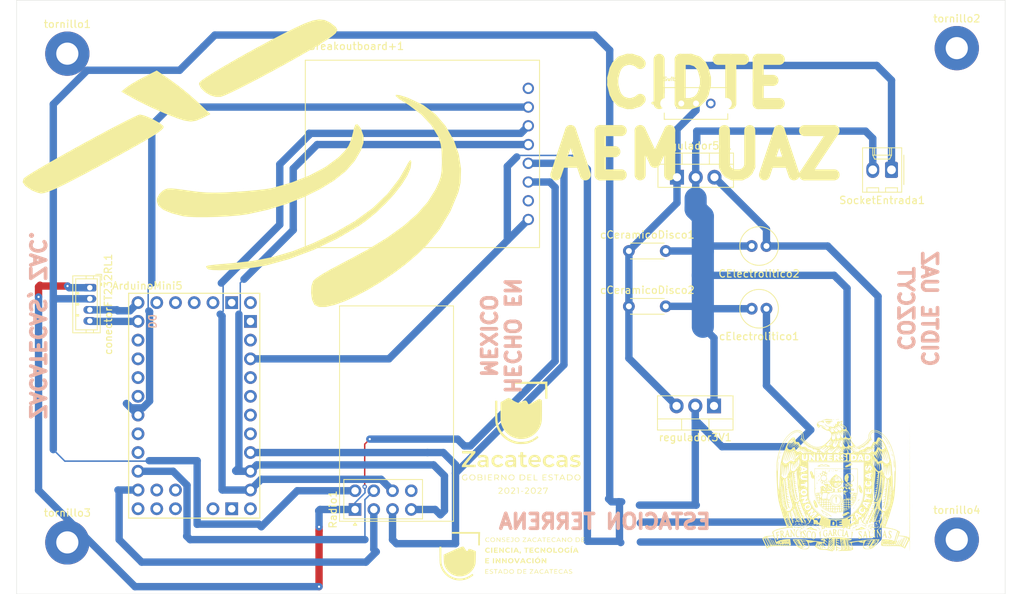
<source format=kicad_pcb>
(kicad_pcb (version 20240108) (generator "pcbnew") (generator_version "8.0")
  (layers (0 "F.Cu" signal) (31 "B.Cu" signal) (34 "B.Paste" user) (35 "F.Paste" user) (36 "B.SilkS" user "B.Silkscreen") (37 "F.SilkS" user "F.Silkscreen") (38 "B.Mask" user) (39 "F.Mask" user) (44 "Edge.Cuts" user))
  (net 0 "")
  (net 1 "Net-(regulador3V1-Vin)")
  (net 2 "GND")
  (net 3 "3.3v")
  (net 4 "5v")
  (net 5 "+9V")
  (net 10 "Net-(Radio1-~{CSN})")
  (net 14 "Net-(Radio1-SCK)")
  (net 15 "Net-(Radio1-MISO)")
  (net 21 "Net-(Radio1-MOSI)")
  (net 23 "Net-(Radio1-CE)")
  (net 27 "Net-(microSDBreakoutboard+1-CS)")
  (net 34 "+3.3V")
  (net 35 "TX FT232RL")
  (net 36 "RX FT232RL")
  (footprint "Capacitor_THT:C_Radial_D5.0mm_H11.0mm_P2.00mm" (layer "F.Cu") (at 180.65 108.825 180)
    (property "Reference" "cElectrolitico1" (at 1 -3.75 0) (layer "F.SilkS"))
    (property "Value" "4.7uf 63v")
    (pad "1" thru_hole circle (at 0 0 180) (size 1.6 1.6) (drill 0.8) (layers "*.Cu" "*.Mask") (net 3 "3.3v"))
    (pad "2" thru_hole circle (at 2 0 180) (size 1.6 1.6) (drill 0.8) (layers "*.Cu" "*.Mask") (net 2 "GND"))
  )
  (footprint "Capacitor_THT:C_Disc_D4.3mm_W1.9mm_P5.00mm" (layer "F.Cu") (at 162 108.5)
    (property "Reference" "cCeramicoDisco2" (at 2.5 -2.2 0) (layer "F.SilkS"))
    (property "Value" "0.1 uf")
    (pad "1" thru_hole circle (at 0 0) (size 1.6 1.6) (drill 0.8) (layers "*.Cu" "*.Mask") (net 1 "Net-(regulador3V1-Vin)"))
    (pad "2" thru_hole circle (at 5 0) (size 1.6 1.6) (drill 0.8) (layers "*.Cu" "*.Mask") (net 2 "GND"))
  )
  (footprint "microSD_breakout_Board+:MODULE_254" (layer "F.Cu") (at 134.015 87.84)
    (property "Reference" "microSDBreakoutboard+1" (at -12.065 -14.605 0) (layer "F.SilkS"))
    (property "Value" "microSDBreakoutBoard+")
    (pad "" np_thru_hole circle (at -13.335 -10.16) (size 2.2 2.2) (drill 2.2) (layers "*.Cu" "*.Mask"))
    (pad "" np_thru_hole circle (at -13.335 10.16) (size 2.2 2.2) (drill 2.2) (layers "*.Cu" "*.Mask"))
    (pad "" np_thru_hole circle (at 6.985 -10.16) (size 2.2 2.2) (drill 2.2) (layers "*.Cu" "*.Mask"))
    (pad "" np_thru_hole circle (at 6.985 10.16) (size 2.2 2.2) (drill 2.2) (layers "*.Cu" "*.Mask"))
    (pad "1" thru_hole circle (at 14.351 -8.89) (size 1.53 1.53) (drill 1.02) (layers "*.Cu" "*.Mask"))
    (pad "2" thru_hole circle (at 14.351 -6.35) (size 1.53 1.53) (drill 1.02) (layers "*.Cu" "*.Mask") (net 27 "Net-(microSDBreakoutboard+1-CS)"))
    (pad "3" thru_hole circle (at 14.351 -3.81) (size 1.53 1.53) (drill 1.02) (layers "*.Cu" "*.Mask") (net 21 "Net-(Radio1-MOSI)"))
    (pad "4" thru_hole circle (at 14.351 -1.27) (size 1.53 1.53) (drill 1.02) (layers "*.Cu" "*.Mask") (net 15 "Net-(Radio1-MISO)"))
    (pad "5" thru_hole circle (at 14.351 1.27) (size 1.53 1.53) (drill 1.02) (layers "*.Cu" "*.Mask") (net 14 "Net-(Radio1-SCK)"))
    (pad "6" thru_hole circle (at 14.351 3.81) (size 1.53 1.53) (drill 1.02) (layers "*.Cu" "*.Mask") (net 2 "GND"))
    (pad "7" thru_hole circle (at 14.351 6.35) (size 1.53 1.53) (drill 1.02) (layers "*.Cu" "*.Mask"))
    (pad "8" thru_hole circle (at 14.351 8.89) (size 1.53 1.53) (drill 1.02) (layers "*.Cu" "*.Mask") (net 34 "+3.3V"))
  )
  (footprint "Images:zacatecaslogo" (layer "F.Cu") (at 147.45 126.5)
    (property "Reference" "G***" (hide yes))
    (property "Value" "LOGO" (hide yes))
  )
  (footprint "MountingHole:MountingHole_3mm_Pad" (layer "F.Cu") (at 206.45 73.5)
    (property "Reference" "tornillo2" (at 0 -4 0) (layer "F.SilkS"))
    (property "Value" "MountingHole_3mm_Pad")
    (pad "2" thru_hole circle (at 0 0) (size 6 6) (drill 3) (layers "*.Cu" "*.Mask"))
  )
  (footprint "switch:SW_OS102011MS2QN1" (layer "F.Cu") (at 171.1 81)
    (property "Reference" "Switch1" (at -2.976555 -3.305417 0) (layer "F.SilkS") (effects (font (size 0.48009 0.48009))))
    (property "Value" "OS102011MS2QN1")
    (pad "" np_thru_hole circle (at -4.1 0) (size 1.5 1.5) (drill 1.5) (layers "*.Cu" "*.Mask"))
    (pad "" np_thru_hole circle (at 4.1 0) (size 1.5 1.5) (drill 1.5) (layers "*.Cu" "*.Mask"))
    (pad "1" thru_hole rect (at -2 0) (size 1.308 1.308) (drill 0.8) (layers "*.Cu" "*.Mask") (net 5 "+9V"))
    (pad "2" thru_hole circle (at 0 0) (size 1.308 1.308) (drill 0.8) (layers "*.Cu" "*.Mask") (net 1 "Net-(regulador3V1-Vin)"))
    (pad "3" thru_hole circle (at 2 0) (size 1.308 1.308) (drill 0.8) (layers "*.Cu" "*.Mask"))
  )
  (footprint "Capacitor_THT:C_Disc_D4.3mm_W1.9mm_P5.00mm" (layer "F.Cu") (at 162 101)
    (property "Reference" "cCeramicoDisco1" (at 2.5 -2.2 0) (layer "F.SilkS"))
    (property "Value" "0.1 uf")
    (pad "1" thru_hole circle (at 0 0) (size 1.6 1.6) (drill 0.8) (layers "*.Cu" "*.Mask") (net 1 "Net-(regulador3V1-Vin)"))
    (pad "2" thru_hole circle (at 5 0) (size 1.6 1.6) (drill 0.8) (layers "*.Cu" "*.Mask") (net 2 "GND"))
  )
  (footprint "Connector_Molex:Molex_KK-254_AE-6410-02A_1x02_P2.54mm_Vertical" (layer "F.Cu") (at 197.6 90 180)
    (property "Reference" "SocketEntrada1" (at 1.27 -4.12 0) (layer "F.SilkS"))
    (property "Value" "Conn_01x02_Socket")
    (pad "1" thru_hole roundrect (at 0 0 180) (size 1.74 2.19) (drill 1.19) (layers "*.Cu" "*.Mask") (roundrect_rratio 0.143678) (net 5 "+9V"))
    (pad "2" thru_hole oval (at 2.54 0 180) (size 1.74 2.19) (drill 1.19) (layers "*.Cu" "*.Mask") (net 2 "GND"))
  )
  (footprint "MountingHole:MountingHole_3mm_Pad" (layer "F.Cu") (at 85.875 74.25)
    (property "Reference" "tornillo1" (at 0 -4 0) (layer "F.SilkS"))
    (property "Value" "MountingHole_3mm_Pad")
    (pad "1" thru_hole circle (at 0 0) (size 6 6) (drill 3) (layers "*.Cu" "*.Mask"))
  )
  (footprint "arduino-library:Arduino_Mini_Socket" (layer "F.Cu") (at 94.19 137.21)
    (property "Reference" "ArduinoMini5" (at 2.54 -31.496 0) (layer "F.SilkS"))
    (property "Value" "Arduino_101_Shield")
    (fp_text user "D0" (at 3.175 -26.67 -90) (layer "B.SilkS") (effects (justify mirror)))
    (fp_text user "D0" (at 3.175 -26.67 -90) (layer "F.SilkS"))
    (pad "5V1" thru_hole circle (at 16.51 -21.59) (size 1.7272 1.7272) (drill 1.016) (layers "*.Cu" "*.Mask") (net 34 "+3.3V"))
    (pad "5V2" thru_hole circle (at 11.43 -29.21) (size 1.7272 1.7272) (drill 1.016) (layers "*.Cu" "*.Mask"))
    (pad "5V3" thru_hole circle (at 11.43 -1.27) (size 1.7272 1.7272) (drill 1.016) (layers "*.Cu" "*.Mask"))
    (pad "A0" thru_hole circle (at 16.51 -11.43) (size 1.7272 1.7272) (drill 1.016) (layers "*.Cu" "*.Mask"))
    (pad "A1" thru_hole circle (at 16.51 -13.97) (size 1.7272 1.7272) (drill 1.016) (layers "*.Cu" "*.Mask"))
    (pad "A2" thru_hole circle (at 16.51 -16.51) (size 1.7272 1.7272) (drill 1.016) (layers "*.Cu" "*.Mask"))
    (pad "A3" thru_hole circle (at 16.51 -19.05) (size 1.7272 1.7272) (drill 1.016) (layers "*.Cu" "*.Mask"))
    (pad "A4" thru_hole circle (at 3.81 -1.27) (size 1.7272 1.7272) (drill 1.016) (layers "*.Cu" "*.Mask"))
    (pad "A5" thru_hole circle (at 6.35 -1.27) (size 1.7272 1.7272) (drill 1.016) (layers "*.Cu" "*.Mask"))
    (pad "A6" thru_hole circle (at 3.81 -3.81) (size 1.7272 1.7272) (drill 1.016) (layers "*.Cu" "*.Mask"))
    (pad "A7" thru_hole circle (at 6.35 -3.81) (size 1.7272 1.7272) (drill 1.016) (layers "*.Cu" "*.Mask"))
    (pad "D0" thru_hole circle (at 1.27 -26.67) (size 1.7272 1.7272) (drill 1.016) (layers "*.Cu" "*.Mask") (net 35 "TX FT232RL"))
    (pad "D1" thru_hole circle (at 1.27 -29.21) (size 1.7272 1.7272) (drill 1.016) (layers "*.Cu" "*.Mask") (net 36 "RX FT232RL"))
    (pad "D2" thru_hole circle (at 1.27 -19.05) (size 1.7272 1.7272) (drill 1.016) (layers "*.Cu" "*.Mask"))
    (pad "D3" thru_hole circle (at 1.27 -16.51) (size 1.7272 1.7272) (drill 1.016) (layers "*.Cu" "*.Mask"))
    (pad "D4" thru_hole circle (at 1.27 -13.97) (size 1.7272 1.7272) (drill 1.016) (layers "*.Cu" "*.Mask") (net 27 "Net-(microSDBreakoutboard+1-CS)"))
    (pad "D5" thru_hole circle (at 1.27 -11.43) (size 1.7272 1.7272) (drill 1.016) (layers "*.Cu" "*.Mask"))
    (pad "D6" thru_hole circle (at 1.27 -8.89) (size 1.7272 1.7272) (drill 1.016) (layers "*.Cu" "*.Mask"))
    (pad "D7" thru_hole circle (at 1.27 -6.35) (size 1.7272 1.7272) (drill 1.016) (layers "*.Cu" "*.Mask") (net 10 "Net-(Radio1-~{CSN})"))
    (pad "D8" thru_hole circle (at 1.27 -3.81) (size 1.7272 1.7272) (drill 1.016) (layers "*.Cu" "*.Mask") (net 23 "Net-(Radio1-CE)"))
    (pad "D9" thru_hole circle (at 1.27 -1.27) (size 1.7272 1.7272) (drill 1.016) (layers "*.Cu" "*.Mask"))
    (pad "D10" thru_hole circle (at 16.51 -1.27) (size 1.7272 1.7272) (drill 1.016) (layers "*.Cu" "*.Mask"))
    (pad "D11" thru_hole circle (at 16.51 -3.81) (size 1.7272 1.7272) (drill 1.016) (layers "*.Cu" "*.Mask") (net 21 "Net-(Radio1-MOSI)"))
    (pad "D12" thru_hole circle (at 16.51 -6.35) (size 1.7272 1.7272) (drill 1.016) (layers "*.Cu" "*.Mask") (net 15 "Net-(Radio1-MISO)"))
    (pad "D13" thru_hole circle (at 16.51 -8.89) (size 1.7272 1.7272) (drill 1.016) (layers "*.Cu" "*.Mask") (net 14 "Net-(Radio1-SCK)"))
    (pad "GND2" thru_hole rect (at 16.51 -26.67) (size 1.7272 1.7272) (drill 1.016) (layers "*.Cu" "*.Mask"))
    (pad "GND3" thru_hole rect (at 13.97 -29.21) (size 1.7272 1.7272) (drill 1.016) (layers "*.Cu" "*.Mask"))
    (pad "GND4" thru_hole rect (at 13.97 -1.27) (size 1.7272 1.7272) (drill 1.016) (layers "*.Cu" "*.Mask"))
    (pad "L0" thru_hole circle (at 1.27 -24.13) (size 1.7272 1.7272) (drill 1.016) (layers "*.Cu" "*.Mask"))
    (pad "L1" thru_hole circle (at 1.27 -21.59) (size 1.7272 1.7272) (drill 1.016) (layers "*.Cu" "*.Mask"))
    (pad "L2" thru_hole circle (at 3.81 -29.21) (size 1.7272 1.7272) (drill 1.016) (layers "*.Cu" "*.Mask"))
    (pad "RST2" thru_hole circle (at 16.51 -24.13) (size 1.7272 1.7272) (drill 1.016) (layers "*.Cu" "*.Mask"))
    (pad "RX" thru_hole circle (at 8.89 -29.21) (size 1.7272 1.7272) (drill 1.016) (layers "*.Cu" "*.Mask"))
    (pad "TX" thru_hole circle (at 6.35 -29.21) (size 1.7272 1.7272) (drill 1.016) (layers "*.Cu" "*.Mask"))
    (pad "VIN" thru_hole circle (at 16.51 -29.21) (size 1.7272 1.7272) (drill 1.016) (layers "*.Cu" "*.Mask"))
  )
  (footprint "Connector_JST:JST_ZH_B4B-ZR_1x04_P1.50mm_Vertical" (layer "F.Cu") (at 88.925 105.975 -90)
    (property "Reference" "conectorFT232RL1" (at 2.25 -2.5 90) (layer "F.SilkS"))
    (property "Value" "Conn_01x04_Socket")
    (pad "1" thru_hole roundrect (at 0 0 270) (size 1.03 1.73) (drill 0.73) (layers "*.Cu" "*.Mask") (roundrect_rratio 0.242718) (net 2 "GND"))
    (pad "2" thru_hole oval (at 1.5 0 270) (size 1.03 1.73) (drill 0.73) (layers "*.Cu" "*.Mask") (net 34 "+3.3V"))
    (pad "3" thru_hole oval (at 3 0 270) (size 1.03 1.73) (drill 0.73) (layers "*.Cu" "*.Mask") (net 35 "TX FT232RL"))
    (pad "4" thru_hole oval (at 4.5 0 270) (size 1.03 1.73) (drill 0.73) (layers "*.Cu" "*.Mask") (net 36 "RX FT232RL"))
  )
  (footprint "Images:cozcytlogo" (layer "F.Cu") (at 146.175 142.325)
    (property "Reference" "G***" (hide yes))
    (property "Value" "LOGO" (hide yes))
  )
  (footprint "MountingHole:MountingHole_3mm_Pad" (layer "F.Cu") (at 85.875 140.5)
    (property "Reference" "tornillo3" (at 0 -4 0) (layer "F.SilkS"))
    (property "Value" "MountingHole_3mm_Pad")
    (pad "3" thru_hole circle (at 0 0) (size 6 6) (drill 3) (layers "*.Cu" "*.Mask"))
  )
  (footprint "RF_Module:nRF24L01_Breakout" (layer "F.Cu") (at 124.88 136.04 90)
    (property "Reference" "Radio1" (at 0 -3 90) (layer "F.SilkS"))
    (property "Value" "NRF24L01_Breakout")
    (pad "1" thru_hole rect (at 0 0 90) (size 1.7 1.7) (drill 1) (layers "*.Cu" "*.Mask") (net 2 "GND"))
    (pad "2" thru_hole circle (at 2.54 0 90) (size 1.7 1.7) (drill 1) (layers "*.Cu" "*.Mask") (net 34 "+3.3V"))
    (pad "3" thru_hole circle (at 0 2.54 90) (size 1.7 1.7) (drill 1) (layers "*.Cu" "*.Mask") (net 23 "Net-(Radio1-CE)"))
    (pad "4" thru_hole circle (at 2.54 2.54 90) (size 1.7 1.7) (drill 1) (layers "*.Cu" "*.Mask") (net 10 "Net-(Radio1-~{CSN})"))
    (pad "5" thru_hole circle (at 0 5.08 90) (size 1.7 1.7) (drill 1) (layers "*.Cu" "*.Mask") (net 14 "Net-(Radio1-SCK)"))
    (pad "6" thru_hole circle (at 2.54 5.08 90) (size 1.7 1.7) (drill 1) (layers "*.Cu" "*.Mask") (net 21 "Net-(Radio1-MOSI)"))
    (pad "7" thru_hole circle (at 0 7.62 90) (size 1.7 1.7) (drill 1) (layers "*.Cu" "*.Mask") (net 15 "Net-(Radio1-MISO)"))
    (pad "8" thru_hole circle (at 2.54 7.62 90) (size 1.7 1.7) (drill 1) (layers "*.Cu" "*.Mask"))
  )
  (footprint "Images:uazlogo" (layer "F.Cu") (at 190.1 132.725)
    (property "Reference" "G***" (hide yes))
    (property "Value" "LOGO" (hide yes))
  )
  (footprint "Package_TO_SOT_THT:TO-220-3_Vertical" (layer "F.Cu") (at 173.54 122 180)
    (property "Reference" "regulador3V1" (at 2.54 -4.27 0) (layer "F.SilkS"))
    (property "Value" "LD33V")
    (pad "1" thru_hole rect (at 0 0 180) (size 1.905 2) (drill 1.1) (layers "*.Cu" "*.Mask") (net 2 "GND"))
    (pad "2" thru_hole oval (at 2.54 0 180) (size 1.905 2) (drill 1.1) (layers "*.Cu" "*.Mask") (net 3 "3.3v"))
    (pad "3" thru_hole oval (at 5.08 0 180) (size 1.905 2) (drill 1.1) (layers "*.Cu" "*.Mask") (net 1 "Net-(regulador3V1-Vin)"))
  )
  (footprint "Package_TO_SOT_THT:TO-220-3_Vertical" (layer "F.Cu") (at 168.52 91)
    (property "Reference" "regulador5v1" (at 2.54 -4.27 0) (layer "F.SilkS"))
    (property "Value" "L7805")
    (pad "1" thru_hole rect (at 0 0) (size 1.905 2) (drill 1.1) (layers "*.Cu" "*.Mask") (net 1 "Net-(regulador3V1-Vin)"))
    (pad "2" thru_hole oval (at 2.54 0) (size 1.905 2) (drill 1.1) (layers "*.Cu" "*.Mask") (net 2 "GND"))
    (pad "3" thru_hole oval (at 5.08 0) (size 1.905 2) (drill 1.1) (layers "*.Cu" "*.Mask") (net 4 "5v"))
  )
  (footprint "Images:cidteLogo" (layer "F.Cu") (at 109.4 89.225)
    (property "Reference" "G***" (hide yes))
    (property "Value" "LOGO" (hide yes))
  )
  (footprint "MountingHole:MountingHole_3mm_Pad" (layer "F.Cu") (at 206.45 140.125)
    (property "Reference" "tornillo4" (at 0 -4 0) (layer "F.SilkS"))
    (property "Value" "MountingHole_3mm_Pad")
    (pad "4" thru_hole circle (at 0 0) (size 6 6) (drill 3) (layers "*.Cu" "*.Mask"))
  )
  (footprint "Capacitor_THT:C_Radial_D5.0mm_H11.0mm_P2.00mm" (layer "F.Cu") (at 180.65 100.325 180)
    (property "Reference" "CElectrolitico2" (at 1 -3.75 0) (layer "F.SilkS"))
    (property "Value" "4.7uf 63v")
    (pad "1" thru_hole circle (at 0 0 180) (size 1.6 1.6) (drill 0.8) (layers "*.Cu" "*.Mask") (net 4 "5v"))
    (pad "2" thru_hole circle (at 2 0 180) (size 1.6 1.6) (drill 0.8) (layers "*.Cu" "*.Mask") (net 2 "GND"))
  )
  (gr_rect (start 79 67) (end 213 147.5) (stroke (width 0.05)) (fill none) (layer "Edge.Cuts"))
  (gr_text "HECHO EN\nMEXICO" (at 144.55 112.5 -90) (layer "B.SilkS") (effects (font (size 2 2) (thickness 0.5) (bold yes)) (justify mirror)))
  (gr_text "ZACATECAS, ZAC." (at 81.825 111.075 -90) (layer "B.SilkS") (effects (font (size 2 2) (thickness 0.5) (bold yes)) (justify mirror)))
  (gr_text "ESTACION TERRENA" (at 173.35 138.85 0) (layer "B.SilkS") (effects (font (size 2 2) (thickness 0.5) (bold yes)) (justify left bottom mirror)))
  (gr_text "CIDTE UAZ\nCOZCYT" (at 201.125 108.825 -90) (layer "B.SilkS") (effects (font (size 2 2) (thickness 0.5) (bold yes)) (justify mirror)))
  (gr_text "CIDTE\nAEM UAZ" (at 171.1 83.15 0) (layer "F.SilkS") (effects (font (size 6 6) (thickness 1.5) (bold yes))))
  (segment (start 88.99 110.54) (end 88.925 110.475) (width 1) (layer "B.Cu") (net 0))
  (segment (start 94.99 108.47) (end 95.46 108) (width 0.2) (layer "B.Cu") (net 0))
  (segment (start 94.36 109.1) (end 92.725 109.1) (width 1) (layer "B.Cu") (net 0))
  (segment (start 95.46 110.54) (end 88.99 110.54) (width 1) (layer "B.Cu") (net 0))
  (segment (start 92.725 109.1) (end 92.6 108.975) (width 1) (layer "B.Cu") (net 0))
  (segment (start 95.46 108) (end 94.36 109.1) (width 1) (layer "B.Cu") (net 0))
  (segment (start 92.6 108.975) (end 88.925 108.975) (width 1) (layer "B.Cu") (net 0))
  (segment (start 171.1 81.924895) (end 168.52 84.504895) (width 1) (layer "B.Cu") (net 1))
  (segment (start 168.52 91) (end 168.52 94.48) (width 1) (layer "B.Cu") (net 1))
  (segment (start 168.52 84.504895) (end 168.52 91) (width 1) (layer "B.Cu") (net 1))
  (segment (start 168.52 94.48) (end 162 101) (width 1) (layer "B.Cu") (net 1))
  (segment (start 171.1 81) (end 171.1 81.924895) (width 1) (layer "B.Cu") (net 1))
  (segment (start 162 108.5) (end 162 115.54) (width 1) (layer "B.Cu") (net 1))
  (segment (start 162 101) (end 162 108.5) (width 1) (layer "B.Cu") (net 1))
  (segment (start 162 115.54) (end 168.46 122) (width 1) (layer "B.Cu") (net 1))
  (segment (start 126.187115 127.187885) (end 126.675 126.7) (width 0.2) (layer "F.Cu") (net 2))
  (segment (start 82.175 105.65) (end 81.975 105.85) (width 1) (layer "F.Cu") (net 2))
  (segment (start 126.675 126.7) (end 126.875 126.5) (width 0.2) (layer "F.Cu") (net 2))
  (segment (start 126.187115 132.95) (end 126.187115 127.187885) (width 0.2) (layer "F.Cu") (net 2))
  (segment (start 85.9 105.75) (end 82.275 105.75) (width 1) (layer "F.Cu") (net 2))
  (segment (start 82.275 105.75) (end 82.175 105.65) (width 1) (layer "F.Cu") (net 2))
  (segment (start 120 138.95) (end 120 138.4) (width 1) (layer "F.Cu") (net 2))
  (segment (start 120 146.5) (end 120 138.95) (width 1) (layer "F.Cu") (net 2))
  (segment (start 81.975 105.85) (end 81.975 107.225) (width 1) (layer "F.Cu") (net 2))
  (via (at 120 146.5) (size 0.6) (drill 0.3) (layers "F.Cu" "B.Cu") (net 2))
  (via (at 126.875 126.5) (size 0.6) (drill 0.3) (layers "F.Cu" "B.Cu") (net 2))
  (via (at 81.975 107.225) (size 0.6) (drill 0.3) (layers "F.Cu" "B.Cu") (net 2))
  (via (at 85.9 105.75) (size 0.6) (drill 0.3) (layers "F.Cu" "B.Cu") (net 2))
  (via (at 126.187115 132.95) (size 0.6) (drill 0.3) (layers "F.Cu" "B.Cu") (net 2))
  (via (at 120 138.4) (size 0.6) (drill 0.3) (layers "F.Cu" "B.Cu") (net 2))
  (segment (start 173.54 122) (end 173.54 112.79) (width 1) (layer "B.Cu") (net 2))
  (segment (start 126.225 133.375) (end 126.225 133.15) (width 0.2) (layer "B.Cu") (net 2))
  (segment (start 172.025 104.3) (end 189.825 104.3) (width 1) (layer "B.Cu") (net 2))
  (segment (start 195.06 90) (end 195.06 85.735) (width 1) (layer "B.Cu") (net 2))
  (segment (start 120 138.4) (end 120 136.275) (width 1) (layer "B.Cu") (net 2))
  (segment (start 167 108.5) (end 171.625 108.5) (width 1) (layer "B.Cu") (net 2))
  (segment (start 120.135 136.04) (end 124.88 136.04) (width 1) (layer "B.Cu") (net 2))
  (segment (start 191.575 137.75) (end 163.675 137.75) (width 1) (layer "B.Cu") (net 2))
  (segment (start 167 101) (end 172.025 101) (width 1) (layer "B.Cu") (net 2))
  (segment (start 171.625 108.5) (end 172.025 108.9) (width 1) (layer "B.Cu") (net 2))
  (segment (start 138.775 126.5) (end 139.7 127.425) (width 1) (layer "B.Cu") (net 2))
  (segment (start 172.025 108.9) (end 172.025 111.275) (width 3) (layer "B.Cu") (net 2))
  (segment (start 81.975 133.425) (end 81.975 107.225) (width 1) (layer "B.Cu") (net 2))
  (segment (start 126.225 133.781346) (end 126.225 133.375) (width 0.2) (layer "B.Cu") (net 2))
  (segment (start 95.05 146.5) (end 81.975 133.425) (width 1) (layer "B.Cu") (net 2))
  (segment (start 194.075 84.75) (end 171.2 84.75) (width 1) (layer "B.Cu") (net 2))
  (segment (start 163.675 137.75) (end 163.55 137.875) (width 1) (layer "B.Cu") (net 2))
  (segment (start 171.06 91) (end 171.06 93.84) (width 1) (layer "B.Cu") (net 2))
  (segment (start 139.7 127.425) (end 140.502944 127.425) (width 1) (layer "B.Cu") (net 2))
  (segment (start 120 136.275) (end 119.95 136.225) (width 1) (layer "B.Cu") (net 2))
  (segment (start 171.05 95.325) (end 172.025 96.3) (width 3) (layer "B.Cu") (net 2))
  (segment (start 172.025 96.3) (end 172.025 101) (width 3) (layer "B.Cu") (net 2))
  (segment (start 195.06 85.735) (end 194.075 84.75) (width 1) (layer "B.Cu") (net 2))
  (segment (start 178.65 108.825) (end 172.1 108.825) (width 1) (layer "B.Cu") (net 2))
  (segment (start 152 115.927944) (end 152 92.375) (width 1) (layer "B.Cu") (net 2))
  (segment (start 86.125 105.975) (end 85.9 105.75) (width 1) (layer "B.Cu") (net 2))
  (segment (start 152 92.375) (end 151.275 91.65) (width 1) (layer "B.Cu") (net 2))
  (segment (start 124.88 135.126346) (end 126.225 133.781346) (width 0.2) (layer "B.Cu") (net 2))
  (segment (start 178.65 100.325) (end 172.7 100.325) (width 1) (layer "B.Cu") (net 2))
  (segment (start 189.825 104.3) (end 190.225 104.7) (width 1) (layer "B.Cu") (net 2))
  (segment (start 140.502944 127.425) (end 152 115.927944) (width 1) (layer "B.Cu") (net 2))
  (segment (start 190.225 104.7) (end 191.575 106.05) (width 1) (layer "B.Cu") (net 2))
  (segment (start 151.275 91.65) (end 148.366 91.65) (width 1) (layer "B.Cu") (net 2))
  (segment (start 172.1 108.825) (end 172.025 108.9) (width 1) (layer "B.Cu") (net 2))
  (segment (start 126.875 126.5) (end 138.775 126.5) (width 1) (layer "B.Cu") (net 2))
  (segment (start 191.575 106.05) (end 191.575 137.75) (width 1) (layer "B.Cu") (net 2))
  (segment (start 124.88 136.04) (end 124.88 135.126346) (width 0.2) (layer "B.Cu") (net 2))
  (segment (start 171.2 84.75) (end 171.2 86.35) (width 1) (layer "B.Cu") (net 2))
  (segment (start 171.2 86.35) (end 171.06 86.49) (width 1) (layer "B.Cu") (net 2))
  (segment (start 172.025 104.3) (end 172.025 108.9) (width 3) (layer "B.Cu") (net 2))
  (segment (start 171.06 86.49) (end 171.06 91) (width 1) (layer "B.Cu") (net 2))
  (segment (start 172.025 101) (end 172.025 104.3) (width 3) (layer "B.Cu") (net 2))
  (segment (start 126.225 132.987885) (end 126.187115 132.95) (width 0.2) (layer "B.Cu") (net 2))
  (segment (start 173.54 112.79) (end 172.025 111.275) (width 1) (layer "B.Cu") (net 2))
  (segment (start 120 146.5) (end 95.05 146.5) (width 1) (layer "B.Cu") (net 2))
  (segment (start 119.95 136.225) (end 120.135 136.04) (width 1) (layer "B.Cu") (net 2))
  (segment (start 88.925 105.975) (end 86.125 105.975) (width 1) (layer "B.Cu") (net 2))
  (segment (start 171.06 93.84) (end 171.05 93.85) (width 1) (layer "B.Cu") (net 2))
  (segment (start 171.05 93.85) (end 171.05 95.325) (width 3) (layer "B.Cu") (net 2))
  (segment (start 126.225 133.15) (end 126.225 132.987885) (width 0.2) (layer "B.Cu") (net 2))
  (segment (start 172.7 100.325) (end 172.025 101) (width 1) (layer "B.Cu") (net 2))
  (segment (start 171 123.905) (end 174.62 127.525) (width 1) (layer "B.Cu") (net 3))
  (segment (start 171.125 135.45) (end 163.425 135.45) (width 1) (layer "B.Cu") (net 3))
  (segment (start 184.375 127.525) (end 186.65 125.25) (width 1) (layer "B.Cu") (net 3))
  (segment (start 180.65 119.25) (end 180.65 108.825) (width 1) (layer "B.Cu") (net 3))
  (segment (start 171 122) (end 171 135.325) (width 1) (layer "B.Cu") (net 3))
  (segment (start 186.65 125.25) (end 180.65 119.25) (width 1) (layer "B.Cu") (net 3))
  (segment (start 174.62 127.525) (end 184.375 127.525) (width 1) (layer "B.Cu") (net 3))
  (segment (start 171 135.325) (end 171.125 135.45) (width 1) (layer "B.Cu") (net 3))
  (segment (start 171 122) (end 171 123.905) (width 1) (layer "B.Cu") (net 3))
  (segment (start 173.6 91) (end 180.65 98.05) (width 1) (layer "B.Cu") (net 4))
  (segment (start 195.775 139.9) (end 195.225 140.45) (width 1) (layer "B.Cu") (net 4))
  (segment (start 195.775 107.15) (end 195.775 139.9) (width 1) (layer "B.Cu") (net 4))
  (segment (start 195.225 140.45) (end 163.55 140.45) (width 1) (layer "B.Cu") (net 4))
  (segment (start 180.65 98.05) (end 180.65 100.325) (width 1) (layer "B.Cu") (net 4))
  (segment (start 188.95 100.325) (end 195.775 107.15) (width 1) (layer "B.Cu") (net 4))
  (segment (start 180.65 100.325) (end 188.95 100.325) (width 1) (layer "B.Cu") (net 4))
  (segment (start 197.6 77.85) (end 195.6 75.85) (width 1) (layer "B.Cu") (net 5))
  (segment (start 195.6 75.85) (end 169.35 75.85) (width 1) (layer "B.Cu") (net 5))
  (segment (start 169.1 76.1) (end 169.1 81) (width 1) (layer "B.Cu") (net 5))
  (segment (start 169.35 75.85) (end 169.1 76.1) (width 1) (layer "B.Cu") (net 5))
  (segment (start 197.6 90) (end 197.6 77.85) (width 1) (layer "B.Cu") (net 5))
  (segment (start 102.525 140.125) (end 126.22 140.125) (width 1) (layer "B.Cu") (net 10))
  (segment (start 100.211265 130.86) (end 102.1036 132.752335) (width 1) (layer "B.Cu") (net 10))
  (segment (start 126.22 140.125) (end 126.22 134.7) (width 0.2) (layer "B.Cu") (net 10))
  (segment (start 102.1036 139.5964) (end 102.05 139.65) (width 1) (layer "B.Cu") (net 10))
  (segment (start 102.1036 132.752335) (end 102.1036 139.5964) (width 1) (layer "B.Cu") (net 10))
  (segment (start 126.22 134.7) (end 127.42 133.5) (width 0.2) (layer "B.Cu") (net 10))
  (segment (start 95.46 130.86) (end 100.211265 130.86) (width 1) (layer "B.Cu") (net 10))
  (segment (start 102.05 139.65) (end 102.525 140.125) (width 1) (layer "B.Cu") (net 10))
  (segment (start 138.5 140.675) (end 130.5 140.675) (width 1) (layer "B.Cu") (net 14))
  (segment (start 134.7 128.32) (end 136.845 128.32) (width 1) (layer "B.Cu") (net 14))
  (segment (start 138.5 129.975) (end 138.5 131.125) (width 1) (layer "B.Cu") (net 14))
  (segment (start 129.96 140.135) (end 129.96 136.04) (width 1) (layer "B.Cu") (net 14))
  (segment (start 110.7 128.32) (end 134.7 128.32) (width 1) (layer "B.Cu") (net 14))
  (segment (start 153.2 116.425) (end 153.2 89.775) (width 1) (layer "B.Cu") (net 14))
  (segment (start 138.5 131.125) (end 138.5 140.675) (width 1) (layer "B.Cu") (net 14))
  (segment (start 152.535 89.11) (end 148.366 89.11) (width 1) (layer "B.Cu") (net 14))
  (segment (start 153.2 89.775) (end 152.535 89.11) (width 1) (layer "B.Cu") (net 14))
  (segment (start 138.5 131.125) (end 153.2 116.425) (width 1) (layer "B.Cu") (net 14))
  (segment (start 136.845 128.32) (end 138.5 129.975) (width 1) (layer "B.Cu") (net 14))
  (segment (start 130.5 140.675) (end 129.96 140.135) (width 1) (layer "B.Cu") (net 14))
  (segment (start 119.755 86.57) (end 148.366 86.57) (width 1) (layer "B.Cu") (net 15))
  (segment (start 135.521401 129.996401) (end 137 131.475) (width 1) (layer "B.Cu") (net 15))
  (segment (start 109.1364 130.3636) (end 109.1364 109.5636) (width 1) (layer "B.Cu") (net 15))
  (segment (start 109.3236 105.3264) (end 109.825 104.825) (width 0.2) (layer "B.Cu") (net 15))
  (segment (start 108.7 130.8) (end 109.1364 130.3636) (width 1) (layer "B.Cu") (net 15))
  (segment (start 109.1364 109.5636) (end 109.3236 109.3764) (width 0.2) (layer "B.Cu") (net 15))
  (segment (start 136.45 136.75) (end 135.74 136.04) (width 1) (layer "B.Cu") (net 15))
  (segment (start 111.563599 129.996401) (end 135.521401 129.996401) (width 1) (layer "B.Cu") (net 15))
  (segment (start 116.5 98.15) (end 116.5 89.825) (width 1) (layer "B.Cu") (net 15))
  (segment (start 137 136.2) (end 136.45 136.75) (width 1) (layer "B.Cu") (net 15))
  (segment (start 108.76 130.86) (end 108.7 130.8) (width 1) (layer "B.Cu") (net 15))
  (segment (start 110.7 130.86) (end 108.76 130.86) (width 1) (layer "B.Cu") (net 15))
  (segment (start 135.74 136.04) (end 132.5 136.04) (width 1) (layer "B.Cu") (net 15))
  (segment (start 109.825 104.825) (end 116.5 98.15) (width 1) (layer "B.Cu") (net 15))
  (segment (start 109.3236 109.3764) (end 109.3236 105.3264) (width 0.2) (layer "B.Cu") (net 15))
  (segment (start 110.7 130.86) (end 111.563599 129.996401) (width 1) (layer "B.Cu") (net 15))
  (segment (start 137 131.475) (end 137 136.2) (width 1) (layer "B.Cu") (net 15))
  (segment (start 116.5 89.825) (end 119.755 86.57) (width 1) (layer "B.Cu") (net 15))
  (segment (start 114.675 89.25) (end 118.65 85.275) (width 1) (layer "B.Cu") (net 21))
  (segment (start 106.9964 109.1636) (end 106.9964 105.5964) (width 0.2) (layer "B.Cu") (net 21))
  (segment (start 106.85 133.35) (end 106.85 109.8172) (width 1) (layer "B.Cu") (net 21))
  (segment (start 106.5964 109.5636) (end 106.9964 109.1636) (width 0.2) (layer "B.Cu") (net 21))
  (segment (start 147.346 85.05) (end 148.366 84.03) (width 1) (layer "B.Cu") (net 21))
  (segment (start 118.65 85.05) (end 147.346 85.05) (width 1) (layer "B.Cu") (net 21))
  (segment (start 110.7 133.4) (end 106.9 133.4) (width 1) (layer "B.Cu") (net 21))
  (segment (start 106.9 133.4) (end 106.85 133.35) (width 1) (layer "B.Cu") (net 21))
  (segment (start 106.75 105.35) (end 114.675 97.425) (width 1) (layer "B.Cu") (net 21))
  (segment (start 114.675 97.425) (end 114.675 89.25) (width 1) (layer "B.Cu") (net 21))
  (segment (start 128.41 131.95) (end 129.96 133.5) (width 1) (layer "B.Cu") (net 21))
  (segment (start 110.7 133.4) (end 112.15 131.95) (width 1) (layer "B.Cu") (net 21))
  (segment (start 106.9964 105.5964) (end 106.75 105.35) (width 0.2) (layer "B.Cu") (net 21))
  (segment (start 118.65 85.275) (end 118.65 85.05) (width 1) (layer "B.Cu") (net 21))
  (segment (start 112.15 131.95) (end 128.41 131.95) (width 1) (layer "B.Cu") (net 21))
  (segment (start 106.85 109.8172) (end 106.5964 109.5636) (width 1) (layer "B.Cu") (net 21))
  (segment (start 127.42 141.445) (end 127.42 136.04) (width 1) (layer "B.Cu") (net 23))
  (segment (start 92.9 140.125) (end 95.95 143.175) (width 1) (layer "B.Cu") (net 23))
  (segment (start 95.46 133.4) (end 92.75 133.4) (width 1) (layer "B.Cu") (net 23))
  (segment (start 95.95 143.175) (end 126.35 143.175) (width 1) (layer "B.Cu") (net 23))
  (segment (start 92.9 133.55) (end 92.9 140.125) (width 1) (layer "B.Cu") (net 23))
  (segment (start 127.75 141.775) (end 127.42 141.445) (width 1) (layer "B.Cu") (net 23))
  (segment (start 126.35 143.175) (end 127.75 141.775) (width 1) (layer "B.Cu") (net 23))
  (segment (start 92.75 133.4) (end 92.9 133.55) (width 1) (layer "B.Cu") (net 23))
  (segment (start 93.8964 121.6764) (end 94.4836 122.2636) (width 1) (layer "B.Cu") (net 27))
  (segment (start 96.107665 122.2636) (end 97.0236 121.347665) (width 1) (layer "B.Cu") (net 27))
  (segment (start 96.8364 109.047664) (end 96.8364 105.8386) (width 0.2) (layer "B.Cu") (net 27))
  (segment (start 97.325 83.925) (end 99.76 81.49) (width 1) (layer "B.Cu") (net 27))
  (segment (start 94.4836 122.2636) (end 96.107665 122.2636) (width 1) (layer "B.Cu") (net 27))
  (segment (start 97.325 105.35) (end 97.325 83.925) (width 1) (layer "B.Cu") (net 27))
  (segment (start 97.0236 109.234864) (end 96.919368 109.130632) (width 1) (layer "B.Cu") (net 27))
  (segment (start 99.76 81.49) (end 148.366 81.49) (width 1) (layer "B.Cu") (net 27))
  (segment (start 95.46 123.24) (end 93.8964 121.6764) (width 1) (layer "B.Cu") (net 27))
  (segment (start 96.919368 109.130632) (end 96.8364 109.047664) (width 0.2) (layer "B.Cu") (net 27))
  (segment (start 96.8364 105.8386) (end 97.325 105.35) (width 0.2) (layer "B.Cu") (net 27))
  (segment (start 97.0236 121.347665) (end 97.0236 109.234864) (width 1) (layer "B.Cu") (net 27))
  (segment (start 104.325 73.275) (end 105.875 71.725) (width 1) (layer "B.Cu") (net 34))
  (segment (start 103.475 138.05) (end 103.475 129.425) (width 1) (layer "B.Cu") (net 34))
  (segment (start 146.8 88.25) (end 147.005 88.045) (width 0.2) (layer "B.Cu") (net 34))
  (segment (start 154.495 88.045) (end 154.7 88.25) (width 0.2) (layer "B.Cu") (net 34))
  (segment (start 111.8286 138.0286) (end 103.4964 138.0286) (width 1) (layer "B.Cu") (net 34))
  (segment (start 156.375 140.35) (end 160.725 140.35) (width 1) (layer "B.Cu") (net 34))
  (segment (start 110.7 115.62) (end 129.476 115.62) (width 1) (layer "B.Cu") (net 34))
  (segment (start 112.175 138.375) (end 111.8286 138.0286) (width 1) (layer "B.Cu") (net 34))
  (segment (start 124.88 133.5) (end 117.05 133.5) (width 1) (layer "B.Cu") (net 34))
  (segment (start 84.3 107.475) (end 83.975 107.8) (width 1) (layer "B.Cu") (net 34))
  (segment (start 83.975 107.8) (end 83.975 81.1) (width 1) (layer "B.Cu") (net 34))
  (segment (start 159.4 134.45) (end 159.25 134.6) (width 1) (layer "B.Cu") (net 34))
  (segment (start 85.5336 129.4836) (end 83.975 127.925) (width 0.2) (layer "B.Cu") (net 34))
  (segment (start 159.25 134.6) (end 159.65 135) (width 1) (layer "B.Cu") (net 34))
  (segment (start 105.875 71.725) (end 157.35 71.725) (width 1) (layer "B.Cu") (net 34))
  (segment (start 159.4 77.175) (end 159.4 134.45) (width 1) (layer "B.Cu") (net 34))
  (segment (start 83.975 110.65) (end 83.975 107.8) (width 1) (layer "B.Cu") (net 34))
  (segment (start 154.7 88.25) (end 156.375 89.925) (width 1) (layer "B.Cu") (net 34))
  (segment (start 88.925 107.475) (end 84.3 107.475) (width 1) (layer "B.Cu") (net 34))
  (segment (start 103.475 129.425) (end 96.975 129.425) (width 1) (layer "B.Cu") (net 34))
  (segment (start 160.725 140.35) (end 160.725 135.1) (width 1) (layer "B.Cu") (net 34))
  (segment (start 160.625 135) (end 161.025 135) (width 1) (layer "B.Cu") (net 34))
  (segment (start 96.975 129.425) (end 96.9164 129.4836) (width 0.2) (layer "B.Cu") (net 34))
  (segment (start 159.4 73.775) (end 159.4 77.175) (width 1) (layer "B.Cu") (net 34))
  (segment (start 101.1 76.5) (end 104.325 73.275) (width 1) (layer "B.Cu") (net 34))
  (segment (start 157.35 71.725) (end 159.4 73.775) (width 1) (layer "B.Cu") (net 34))
  (segment (start 83.975 81.1) (end 88.575 76.5) (width 1) (layer "B.Cu") (net 34))
  (segment (start 88.575 76.5) (end 101.1 76.5) (width 1) (layer "B.Cu") (net 34))
  (segment (start 103.4964 138.0286) (end 103.475 138.05) (width 1) (layer "B.Cu") (net 34))
  (segment (start 145.523 99.573) (end 148.366 96.73) (width 1) (layer "B.Cu") (net 34))
  (segment (start 147.005 88.045) (end 154.495 88.045) (width 0.2) (layer "B.Cu") (net 34))
  (segment (start 83.975 127.925) (end 83.975 110.65) (width 1) (layer "B.Cu") (net 34))
  (segment (start 129.476 115.62) (end 145.523 99.573) (width 1) (layer "B.Cu") (net 34))
  (segment (start 145.523 89.527) (end 146.8 88.25) (width 1) (layer "B.Cu") (net 34))
  (segment (start 160.725 140.35) (end 160.9 140.525) (width 1) (layer "B.Cu") (net 34))
  (segment (start 145.523 99.573) (end 145.523 89.527) (width 1) (layer "B.Cu") (net 34))
  (segment (start 84.155 110.47) (end 83.975 110.65) (width 0.2) (layer "B.Cu") (net 34))
  (segment (start 156.375 89.925) (end 156.375 140.35) (width 1) (layer "B.Cu") (net 34))
  (segment (start 96.9164 129.4836) (end 85.5336 129.4836) (width 0.2) (layer "B.Cu") (net 34))
  (segment (start 159.65 135) (end 160.625 135) (width 1) (layer "B.Cu") (net 34))
  (segment (start 117.05 133.5) (end 112.175 138.375) (width 1) (layer "B.Cu") (net 34))
  (segment (start 160.725 135.1) (end 160.625 135) (width 1) (layer "B.Cu") (net 34))
)
</source>
